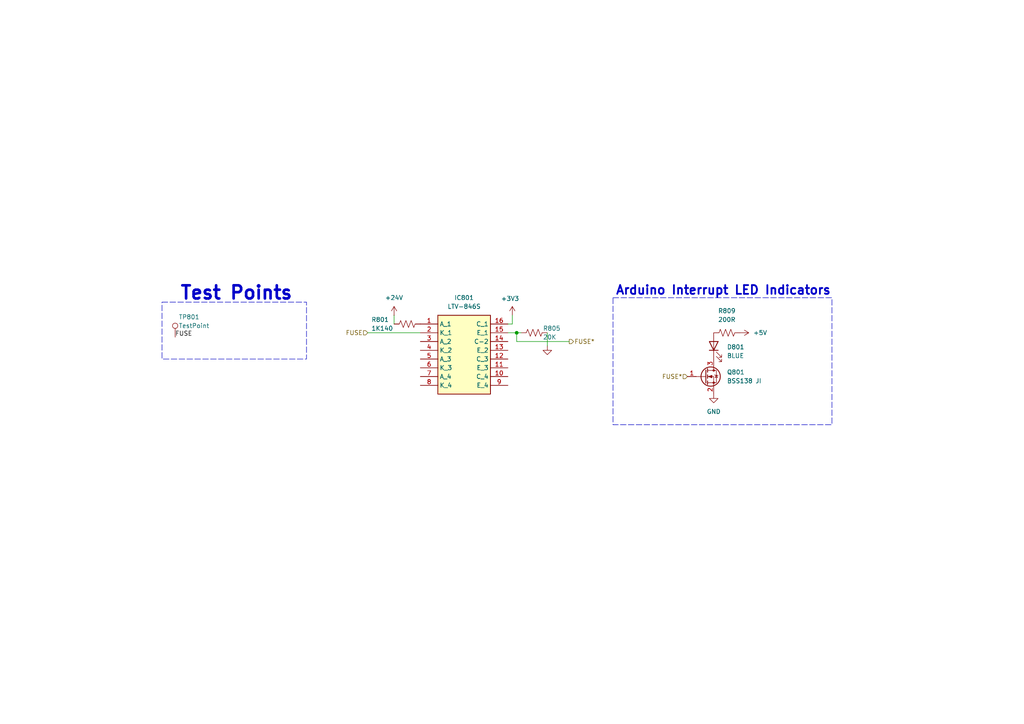
<source format=kicad_sch>
(kicad_sch (version 20231120) (generator "eeschema") (generator_version "8.0")
  (paper "A4")
  (title_block (title "MEP MAXI 85V-1 REV 2 Interface Board") (date "2024-12-08") (rev "X1") (company "McMillan Enterprises") (comment 1 "Firmware: John Gilcreast (johngilcreast@gmail.com)") (comment 2 "Hardware: Connor McMillan (connor@mcmillan.website)"))
  (lib_symbols
    (symbol "Connector:TestPoint" (pin_numbers hide) (pin_names (offset 0.762) hide)
      (property "Reference" "TP" (at 0 6.858 0))
      (property "Value" "TestPoint" (at 0 5.08 0))
      (symbol "TestPoint_0_1"
        (circle (center 0 3.302) (radius 0.762))
      )
      (symbol "TestPoint_1_1"
        (pin passive line (at 0 0 90) (length 2.54) (name "1") (number "1"))
      )
    )
    (symbol "Device:LED" (pin_numbers hide) (pin_names (offset 1.016) hide)
      (property "Reference" "D" (at 0 2.54 0))
      (property "Value" "LED" (at 0 -2.54 0))
      (symbol "LED_0_1"
        (polyline (pts (xy -1.27 -1.27) (xy -1.27 1.27)) (stroke (width 0.254)))
        (polyline (pts (xy -1.27 0) (xy 1.27 0)))
        (polyline (pts (xy 1.27 -1.27) (xy 1.27 1.27) (xy -1.27 0) (xy 1.27 -1.27)) (stroke (width 0.254)))
        (polyline (pts (xy -3.048 -0.762) (xy -4.572 -2.286) (xy -3.81 -2.286) (xy -4.572 -2.286) (xy -4.572 -1.524)))
        (polyline (pts (xy -1.778 -0.762) (xy -3.302 -2.286) (xy -2.54 -2.286) (xy -3.302 -2.286) (xy -3.302 -1.524)))
      )
      (symbol "LED_1_1"
        (pin passive line (at -3.81 0 0) (length 2.54) (name "K") (number "1"))
        (pin passive line (at 3.81 0 180) (length 2.54) (name "A") (number "2"))
      )
    )
    (symbol "Device:R_US" (pin_numbers hide) (pin_names (offset 0))
      (property "Reference" "R" (at 2.54 0 90))
      (property "Value" "R_US" (at -2.54 0 90))
      (symbol "R_US_0_1"
        (polyline (pts (xy 0 -2.286) (xy 0 -2.54)))
        (polyline (pts (xy 0 2.286) (xy 0 2.54)))
        (polyline (pts (xy 0 -0.762) (xy 1.016 -1.143) (xy 0 -1.524) (xy -1.016 -1.905) (xy 0 -2.286)))
        (polyline (pts (xy 0 0.762) (xy 1.016 0.381) (xy 0 0) (xy -1.016 -0.381) (xy 0 -0.762)))
        (polyline (pts (xy 0 2.286) (xy 1.016 1.905) (xy 0 1.524) (xy -1.016 1.143) (xy 0 0.762)))
      )
      (symbol "R_US_1_1"
        (pin passive line (at 0 3.81 270) (length 1.27) (name "~") (number "1"))
        (pin passive line (at 0 -3.81 90) (length 1.27) (name "~") (number "2"))
      )
    )
    (symbol "LTV-846S:LTV-846S"
      (property "Reference" "IC" (at 21.59 7.62 0))
      (property "Value" "LTV-846S" (at 21.59 5.08 0))
      (symbol "LTV-846S_1_1"
        (rectangle (start 5.08 2.54) (end 20.32 -20.32) (stroke (width 0.254)) (fill (type background)))
        (pin passive line (at 0 0 0) (length 5.08) (name "A_1") (number "1"))
        (pin passive line (at 25.4 -15.24 180) (length 5.08) (name "C_4") (number "10"))
        (pin passive line (at 25.4 -12.7 180) (length 5.08) (name "E_3") (number "11"))
        (pin passive line (at 25.4 -10.16 180) (length 5.08) (name "C_3") (number "12"))
        (pin passive line (at 25.4 -7.62 180) (length 5.08) (name "E_2") (number "13"))
        (pin passive line (at 25.4 -5.08 180) (length 5.08) (name "C-2") (number "14"))
        (pin passive line (at 25.4 -2.54 180) (length 5.08) (name "E_1") (number "15"))
        (pin passive line (at 25.4 0 180) (length 5.08) (name "C_1") (number "16"))
        (pin passive line (at 0 -2.54 0) (length 5.08) (name "K_1") (number "2"))
        (pin passive line (at 0 -5.08 0) (length 5.08) (name "A_2") (number "3"))
        (pin passive line (at 0 -7.62 0) (length 5.08) (name "K_2") (number "4"))
        (pin passive line (at 0 -10.16 0) (length 5.08) (name "A_3") (number "5"))
        (pin passive line (at 0 -12.7 0) (length 5.08) (name "K_3") (number "6"))
        (pin passive line (at 0 -15.24 0) (length 5.08) (name "A_4") (number "7"))
        (pin passive line (at 0 -17.78 0) (length 5.08) (name "K_4") (number "8"))
        (pin passive line (at 25.4 -17.78 180) (length 5.08) (name "E_4") (number "9"))
      )
    )
    (symbol "Transistor_FET:BSS138" (pin_names hide)
      (property "Reference" "Q" (at 5.08 1.905 0))
      (property "Value" "BSS138" (at 5.08 0 0))
      (symbol "BSS138_0_1"
        (polyline (pts (xy 0.254 0) (xy -2.54 0)))
        (polyline (pts (xy 0.254 1.905) (xy 0.254 -1.905)) (stroke (width 0.254)))
        (polyline (pts (xy 0.762 -1.27) (xy 0.762 -2.286)) (stroke (width 0.254)))
        (polyline (pts (xy 0.762 0.508) (xy 0.762 -0.508)) (stroke (width 0.254)))
        (polyline (pts (xy 0.762 2.286) (xy 0.762 1.27)) (stroke (width 0.254)))
        (polyline (pts (xy 2.54 2.54) (xy 2.54 1.778)))
        (polyline (pts (xy 2.54 -2.54) (xy 2.54 0) (xy 0.762 0)))
        (polyline (pts (xy 0.762 -1.778) (xy 3.302 -1.778) (xy 3.302 1.778) (xy 0.762 1.778)))
        (polyline (pts (xy 1.016 0) (xy 2.032 0.381) (xy 2.032 -0.381) (xy 1.016 0)) (fill (type outline)))
        (polyline (pts (xy 2.794 0.508) (xy 2.921 0.381) (xy 3.683 0.381) (xy 3.81 0.254)))
        (polyline (pts (xy 3.302 0.381) (xy 2.921 -0.254) (xy 3.683 -0.254) (xy 3.302 0.381)))
        (circle (center 1.651 0) (radius 2.794) (stroke (width 0.254)))
        (circle (center 2.54 -1.778) (radius 0.254) (fill (type outline)))
        (circle (center 2.54 1.778) (radius 0.254) (fill (type outline)))
      )
      (symbol "BSS138_1_1"
        (pin input line (at -5.08 0 0) (length 2.54) (name "G") (number "1"))
        (pin passive line (at 2.54 -5.08 90) (length 2.54) (name "S") (number "2"))
        (pin passive line (at 2.54 5.08 270) (length 2.54) (name "D") (number "3"))
      )
    )
    (symbol "power:+24V" (power) (pin_numbers hide) (pin_names (offset 0) hide)
      (property "Value" "+24V" (at 0 3.556 0))
      (symbol "+24V_0_1"
        (polyline (pts (xy -0.762 1.27) (xy 0 2.54)))
        (polyline (pts (xy 0 0) (xy 0 2.54)))
        (polyline (pts (xy 0 2.54) (xy 0.762 1.27)))
      )
      (symbol "+24V_1_1"
        (pin power_in line (at 0 0 90) (length 0) (name "~") (number "1"))
      )
    )
    (symbol "power:+3V3" (power) (pin_names (offset 0))
      (property "Value" "+3V3" (at 0 3.556 0))
      (symbol "+3V3_0_1"
        (polyline (pts (xy -0.762 1.27) (xy 0 2.54)))
        (polyline (pts (xy 0 0) (xy 0 2.54)))
        (polyline (pts (xy 0 2.54) (xy 0.762 1.27)))
      )
      (symbol "+3V3_1_1"
        (pin power_in line (at 0 0 90) (length 0) hide (name "+3V3") (number "1"))
      )
    )
    (symbol "power:+5V" (power) (pin_numbers hide) (pin_names (offset 0) hide)
      (property "Value" "+5V" (at 0 3.556 0))
      (symbol "+5V_0_1"
        (polyline (pts (xy -0.762 1.27) (xy 0 2.54)))
        (polyline (pts (xy 0 0) (xy 0 2.54)))
        (polyline (pts (xy 0 2.54) (xy 0.762 1.27)))
      )
      (symbol "+5V_1_1"
        (pin power_in line (at 0 0 90) (length 0) (name "~") (number "1"))
      )
    )
    (symbol "power:GND" (power) (pin_numbers hide) (pin_names (offset 0) hide)
      (property "Value" "GND" (at 0 -3.81 0))
      (symbol "GND_0_1"
        (polyline (pts (xy 0 0) (xy 0 -1.27) (xy 1.27 -1.27) (xy 0 -2.54) (xy -1.27 -1.27) (xy 0 -1.27)))
      )
      (symbol "GND_1_1"
        (pin power_in line (at 0 0 270) (length 0) (name "~") (number "1"))
      )
    )
  )
  (junction (at 149.86 96.52))
  (wire (pts (xy 149.86 99.06) (xy 165.1 99.06)))
  (wire (pts (xy 151.13 96.52) (xy 149.86 96.52)))
  (wire (pts (xy 158.75 96.52) (xy 158.75 100.33)))
  (wire (pts (xy 148.59 91.44) (xy 148.59 93.98)))
  (wire (pts (xy 147.32 93.98) (xy 148.59 93.98)))
  (wire (pts (xy 149.86 96.52) (xy 147.32 96.52)))
  (wire (pts (xy 149.86 96.52) (xy 149.86 99.06)))
  (wire (pts (xy 106.68 96.52) (xy 121.92 96.52)))
  (wire (pts (xy 114.3 91.44) (xy 114.3 93.98)))
  (polyline (pts (xy 254.1996 179.3539) (xy 253.413 179.3539) (xy 253.3274 179.7819) (xy 254.0283 179.7819) (xy 253.9945 179.9512) (xy 253.2936 179.9512) (xy 253.204 180.4012) (xy 254.0183 180.4012) (xy 253.9845 180.5744) (xy 252.971 180.5744) (xy 253.2498 179.1806) (xy 254.2334 179.1806) (xy 254.1996 179.3539)) (stroke (width -0.0001) (type solid)) (fill (type outline)))
  (polyline (pts (xy 262.8534 179.1824) (xy 262.9097 179.1876) (xy 262.9625 179.1961) (xy 263.0119 179.208) (xy 263.0352 179.2152) (xy 263.0577 179.2232) (xy 263.0793 179.2319) (xy 263.0999 179.2415) (xy 263.1196 179.2519) (xy 263.1384 179.263) (xy 263.1563 179.275) (xy 263.1732 179.2876) (xy 263.1891 179.3011) (xy 263.2041 179.3153) (xy 263.2181 179.3302) (xy 263.2312 179.3459) (xy 263.2432 179.3623) (xy 263.2542 179.3794) (xy 263.2642 179.3973) (xy 263.2733 179.4158) (xy 263.2812 179.4351) (xy 263.2882 179.455) (xy 263.2941 179.4756) (xy 263.2989 179.497) (xy 263.3027 179.5189) (xy 263.3054 179.5416) (xy 263.3071 179.5649) (xy 263.3076 179.5888) (xy 263.3058 179.6397) (xy 263.3035 179.6643) (xy 263.3004 179.6883) (xy 263.2964 179.7119) (xy 263.2915 179.7348) (xy 263.2858 179.7573) (xy 263.2792 179.7791) (xy 263.2718 179.8004) (xy 263.2636 179.8211) (xy 263.2545 179.8412) (xy 263.2446 179.8608) (xy 263.2339 179.8798) (xy 263.2224 179.8981) (xy 263.2101 179.9159) (xy 263.1971 179.933) (xy 263.1833 179.9496) (xy 263.1687 179.9655) (xy 263.1533 179.9808) (xy 263.1372 179.9955) (xy 263.1204 180.0095) (xy 263.1029 180.0229) (xy 263.0846 180.0356) (xy 263.0656 180.0477) (xy 263.0256 180.07) (xy 262.9829 180.0895) (xy 262.9374 180.1063) (xy 262.8894 180.1204) (xy 263.1443 180.5744) (xy 262.9333 180.5744) (xy 262.6904 180.1483) (xy 262.2801 180.1483) (xy 262.1965 180.5744) (xy 261.9954 180.5744) (xy 262.1145 179.979) (xy 262.314 179.979) (xy 262.6585 179.979) (xy 262.7105 179.9775) (xy 262.7596 179.9731) (xy 262.8057 179.9657) (xy 262.8489 179.9553) (xy 262.8694 179.949) (xy 262.889 179.942) (xy 262.9079 179.9343) (xy 262.926 179.9258) (xy 262.9433 179.9166) (xy 262.9598 179.9067) (xy 262.9754 179.8961) (xy 262.9903 179.8847) (xy 263.0043 179.8726) (xy 263.0174 179.8599) (xy 263.0297 179.8464) (xy 263.0412 179.8321) (xy 263.0517 179.8172) (xy 263.0615 179.8016) (xy 263.0703 179.7853) (xy 263.0782 179.7682) (xy 263.0852 179.7505) (xy 263.0913 179.732) (xy 263.0965 179.7129) (xy 263.1008 179.693) (xy 263.1042 179.6725) (xy 263.1065 179.6513) (xy 263.108 179.6293) (xy 263.1085 179.6067) (xy 263.1081 179.5913) (xy 263.1071 179.5763) (xy 263.1053 179.5618) (xy 263.1029 179.5478) (xy 263.0998 179.5343) (xy 263.096 179.5213) (xy 263.0916 179.5087) (xy 263.0865 179.4967) (xy 263.0807 179.4851) (xy 263.0743 179.474) (xy 263.0672 179.4633) (xy 263.0594 179.4532) (xy 263.0511 179.4436) (xy 263.042 179.4344) (xy 263.0324 179.4258) (xy 263.0221 179.4176) (xy 263.0112 179.4099) (xy 262.9997 179.4027) (xy 262.9875 179.396) (xy 262.9748 179.3898) (xy 262.9614 179.3841) (xy 262.9475 179.3788) (xy 262.9329 179.3741) (xy 262.9178 179.3699) (xy 262.9021 179.3661) (xy 262.8857 179.3629) (xy 262.8689 179.3601) (xy 262.8514 179.3579) (xy 262.8334 179.3561) (xy 262.8148 179.3549) (xy 262.7956 179.3541) (xy 262.7759 179.3539) (xy 262.4394 179.3539) (xy 262.314 179.979) (xy 262.1145 179.979) (xy 262.2742 179.1806) (xy 262.7938 179.1806) (xy 262.8534 179.1824)) (stroke (width -0.0001) (type solid)) (fill (type outline)))
  (polyline (pts (xy 256.2631 180.2538) (xy 256.4761 179.1806) (xy 256.6752 179.1806) (xy 256.3965 180.5744) (xy 256.2332 180.5744) (xy 255.6099 179.5012) (xy 255.3968 180.5744) (xy 255.1978 180.5744) (xy 255.4765 179.1806) (xy 255.6398 179.1806) (xy 256.2631 180.2538)) (stroke (width -0.0001) (type solid)) (fill (type outline)))
  (polyline (pts (xy 256.011 168.6966) (xy 257.8637 167.3518) (xy 256.5188 169.2045) (xy 258.7799 169.5636) (xy 256.5188 169.9227) (xy 257.8637 171.7755) (xy 256.011 170.4306) (xy 255.6519 172.6916) (xy 255.2928 170.4306) (xy 253.44 171.7755) (xy 254.7849 169.9227) (xy 252.5239 169.5636) (xy 254.7849 169.2045) (xy 253.44 167.3518) (xy 255.2928 168.6966) (xy 255.6519 166.4356) (xy 256.011 168.6966)) (stroke (width -0.0001) (type solid)) (fill (type outline)))
  (polyline (pts (xy 267.5041 179.1824) (xy 267.5603 179.1876) (xy 267.6132 179.1961) (xy 267.6625 179.208) (xy 267.6859 179.2152) (xy 267.7084 179.2232) (xy 267.7299 179.2319) (xy 267.7506 179.2415) (xy 267.7703 179.2519) (xy 267.7891 179.263) (xy 267.8069 179.275) (xy 267.8238 179.2876) (xy 267.8398 179.3011) (xy 267.8548 179.3153) (xy 267.8688 179.3302) (xy 267.8818 179.3459) (xy 267.8938 179.3623) (xy 267.9049 179.3794) (xy 267.9149 179.3973) (xy 267.9239 179.4158) (xy 267.9319 179.4351) (xy 267.9388 179.455) (xy 267.9447 179.4756) (xy 267.9496 179.497) (xy 267.9534 179.5189) (xy 267.9561 179.5416) (xy 267.9577 179.5649) (xy 267.9583 179.5888) (xy 267.9564 179.6397) (xy 267.9542 179.6643) (xy 267.9511 179.6883) (xy 267.9471 179.7119) (xy 267.9422 179.7348) (xy 267.9365 179.7573) (xy 267.9299 179.7791) (xy 267.9225 179.8004) (xy 267.9142 179.8211) (xy 267.9051 179.8412) (xy 267.8952 179.8608) (xy 267.8845 179.8798) (xy 267.8731 179.8981) (xy 267.8608 179.9159) (xy 267.8477 179.933) (xy 267.8339 179.9496) (xy 267.8193 179.9655) (xy 267.804 179.9808) (xy 267.7879 179.9955) (xy 267.7711 180.0095) (xy 267.7535 180.0229) (xy 267.7353 180.0356) (xy 267.7163 180.0477) (xy 267.6763 180.07) (xy 267.6335 180.0895) (xy 267.5881 180.1063) (xy 267.5401 180.1204) (xy 267.7949 180.5744) (xy 267.5839 180.5744) (xy 267.341 180.1483) (xy 266.9308 180.1483) (xy 266.8472 180.5744) (xy 266.6461 180.5744) (xy 266.7652 179.979) (xy 266.9647 179.979) (xy 267.3091 179.979) (xy 267.3611 179.9775) (xy 267.4102 179.9731) (xy 267.4564 179.9657) (xy 267.4996 179.9553) (xy 267.52 179.949) (xy 267.5397 179.942) (xy 267.5585 179.9343) (xy 267.5766 179.9258) (xy 267.5939 179.9166) (xy 267.6104 179.9067) (xy 267.6261 179.8961) (xy 267.6409 179.8847) (xy 267.6549 179.8726) (xy 267.6681 179.8599) (xy 267.6804 179.8464) (xy 267.6918 179.8321) (xy 267.7024 179.8172) (xy 267.7121 179.8016) (xy 267.7209 179.7853) (xy 267.7288 179.7682) (xy 267.7359 179.7505) (xy 267.742 179.732) (xy 267.7472 179.7129) (xy 267.7515 179.693) (xy 267.7548 179.6725) (xy 267.7572 179.6513) (xy 267.7586 179.6293) (xy 267.7591 179.6067) (xy 267.7588 179.5913) (xy 267.7577 179.5763) (xy 267.756 179.5618) (xy 267.7536 179.5478) (xy 267.7505 179.5343) (xy 267.7467 179.5213) (xy 267.7422 179.5087) (xy 267.7371 179.4967) (xy 267.7313 179.4851) (xy 267.7249 179.474) (xy 267.7178 179.4633) (xy 267.7101 179.4532) (xy 267.7017 179.4436) (xy 267.6927 179.4344) (xy 267.683 179.4258) (xy 267.6728 179.4176) (xy 267.6619 179.4099) (xy 267.6503 179.4027) (xy 267.6382 179.396) (xy 267.6254 179.3898) (xy 267.6121 179.3841) (xy 267.5981 179.3788) (xy 267.5836 179.3741) (xy 267.5684 179.3699) (xy 267.5527 179.3661) (xy 267.5364 179.3629) (xy 267.5195 179.3601) (xy 267.502 179.3579) (xy 267.484 179.3561) (xy 267.4654 179.3549) (xy 267.4463 179.3541) (xy 267.4266 179.3539) (xy 267.0901 179.3539) (xy 266.9647 179.979) (xy 266.7652 179.979) (xy 266.9248 179.1806) (xy 267.4445 179.1806) (xy 267.5041 179.1824)) (stroke (width -0.0001) (type solid)) (fill (type outline)))
  (polyline (pts (xy 265.3378 173.7128) (xy 266.1718 173.7128) (xy 265.2736 178.2036) (xy 264.4395 178.2036) (xy 265.3378 173.7128) (xy 265.3378 173.7128)) (stroke (width -0.0001) (type solid)) (fill (type outline)))
  (polyline (pts (xy 273.8536 179.3539) (xy 273.0671 179.3539) (xy 272.9815 179.7819) (xy 273.6824 179.7819) (xy 273.6485 179.9512) (xy 272.9476 179.9512) (xy 272.858 180.4012) (xy 273.6724 180.4012) (xy 273.6386 180.5744) (xy 272.6251 180.5744) (xy 272.9038 179.1806) (xy 273.8875 179.1806) (xy 273.8536 179.3539)) (stroke (width -0.0001) (type solid)) (fill (type outline)))
  (polyline (pts (xy 267.3842 173.7128) (xy 268.2181 173.7128) (xy 267.4611 177.498) (xy 269.8092 177.498) (xy 269.6681 178.2036) (xy 266.4859 178.2036) (xy 267.3842 173.7128) (xy 267.3842 173.7128)) (stroke (width -0.0001) (type solid)) (fill (type outline)))
  (polyline (pts (xy 282.4408 176.8564) (xy 283.0631 173.7128) (xy 283.8907 173.7128) (xy 282.9926 178.2036) (xy 282.3061 178.2036) (xy 280.4648 175.06) (xy 279.8361 178.2036) (xy 279.0085 178.2036) (xy 279.9067 173.7128) (xy 280.5931 173.7128) (xy 282.4408 176.8564)) (stroke (width -0.0001) (type solid)) (fill (type outline)))
  (polyline (pts (xy 261.0781 176.7024) (xy 263.407 173.7128) (xy 264.1255 173.7128) (xy 263.2274 178.2036) (xy 262.4383 178.2036) (xy 263.022 175.2589) (xy 261.1038 177.6904) (xy 260.7317 177.6904) (xy 259.7052 175.2012) (xy 259.1085 178.2036) (xy 258.313 178.2036) (xy 259.2112 173.7128) (xy 259.8913 173.7128) (xy 261.0781 176.7024)) (stroke (width -0.0001) (type solid)) (fill (type outline)))
  (polyline (pts (xy 265.1914 179.1824) (xy 265.2473 179.1876) (xy 265.2999 179.1961) (xy 265.349 179.208) (xy 265.3723 179.2152) (xy 265.3946 179.2232) (xy 265.4161 179.2319) (xy 265.4367 179.2415) (xy 265.4563 179.2519) (xy 265.475 179.263) (xy 265.4928 179.275) (xy 265.5097 179.2876) (xy 265.5256 179.3011) (xy 265.5405 179.3153) (xy 265.5545 179.3302) (xy 265.5675 179.3459) (xy 265.5795 179.3623) (xy 265.5905 179.3794) (xy 265.6005 179.3973) (xy 265.6095 179.4158) (xy 265.6175 179.4351) (xy 265.6244 179.455) (xy 265.6303 179.4756) (xy 265.6351 179.497) (xy 265.6389 179.5189) (xy 265.6416 179.5416) (xy 265.6433 179.5649) (xy 265.6438 179.5888) (xy 265.6431 179.6218) (xy 265.6409 179.6539) (xy 265.6373 179.6851) (xy 265.6323 179.7154) (xy 265.6258 179.7447) (xy 265.618 179.7732) (xy 265.6089 179.8007) (xy 265.5983 179.8272) (xy 265.5865 179.8528) (xy 265.5734 179.8774) (xy 265.5589 179.9011) (xy 265.5432 179.9237) (xy 265.5263 179.9454) (xy 265.5081 179.966) (xy 265.4887 179.9856) (xy 265.4681 180.0042) (xy 265.4464 180.0217) (xy 265.4234 180.0382) (xy 265.3993 180.0536) (xy 265.3742 180.068) (xy 265.3478 180.0812) (xy 265.3205 180.0934) (xy 265.292 180.1044) (xy 265.2625 180.1144) (xy 265.2319 180.1232) (xy 265.2004 180.1308) (xy 265.1678 180.1373) (xy 265.1343 180.1427) (xy 265.0998 180.1469) (xy 265.0644 180.1499) (xy 265.028 180.1517) (xy 264.9908 180.1523) (xy 264.6184 180.1523) (xy 264.5347 180.5744) (xy 264.3357 180.5744) (xy 264.4548 179.979) (xy 264.6543 179.979) (xy 264.9947 179.979) (xy 265.0467 179.9775) (xy 265.0958 179.9731) (xy 265.142 179.9657) (xy 265.1852 179.9553) (xy 265.2056 179.949) (xy 265.2253 179.942) (xy 265.2442 179.9343) (xy 265.2623 179.9258) (xy 265.2796 179.9166) (xy 265.296 179.9067) (xy 265.3117 179.8961) (xy 265.3265 179.8847) (xy 265.3405 179.8726) (xy 265.3537 179.8599) (xy 265.366 179.8464) (xy 265.3775 179.8321) (xy 265.388 179.8172) (xy 265.3977 179.8016) (xy 265.4066 179.7853) (xy 265.4145 179.7682) (xy 265.4215 179.7505) (xy 265.4276 179.732) (xy 265.4328 179.7129) (xy 265.4371 179.693) (xy 265.4404 179.6725) (xy 265.4428 179.6513) (xy 265.4443 179.6293) (xy 265.4448 179.6067) (xy 265.4444 179.5913) (xy 265.4434 179.5763) (xy 265.4416 179.5618) (xy 265.4392 179.5478) (xy 265.4361 179.5343) (xy 265.4323 179.5213) (xy 265.4279 179.5087) (xy 265.4228 179.4967) (xy 265.417 179.4851) (xy 265.4106 179.474) (xy 265.4035 179.4633) (xy 265.3958 179.4532) (xy 265.3875 179.4436) (xy 265.3785 179.4344) (xy 265.3689 179.4258) (xy 265.3586 179.4176) (xy 265.3478 179.4099) (xy 265.3363 179.4027) (xy 265.3242 179.396) (xy 265.3115 179.3898) (xy 265.2983 179.3841) (xy 265.2844 179.3788) (xy 265.2699 179.3741) (xy 265.2549 179.3699) (xy 265.2393 179.3661) (xy 265.2231 179.3629) (xy 265.2063 179.3601) (xy 265.189 179.3579) (xy 265.1711 179.3561) (xy 265.1527 179.3549) (xy 265.1338 179.3541) (xy 265.1142 179.3539) (xy 264.7797 179.3539) (xy 264.6543 179.979) (xy 264.4548 179.979) (xy 264.6144 179.1806) (xy 265.1321 179.1806) (xy 265.1914 179.1824)) (stroke (width -0.0001) (type solid)) (fill (type outline)))
  (polyline (pts (xy 271.2269 173.7128) (xy 272.0609 173.7128) (xy 271.3039 177.498) (xy 273.652 177.498) (xy 273.5108 178.2036) (xy 270.3287 178.2036) (xy 271.2269 173.7128) (xy 271.2269 173.7128)) (stroke (width -0.0001) (type solid)) (fill (type outline)))
  (polyline (pts (xy 252.597 178.2114) (xy 251.7134 178.2114) (xy 252.1999 175.7566) (xy 253.3917 174.238) (xy 252.597 178.2114)) (stroke (width -0.0001) (type solid)) (fill (type outline)))
  (polyline (pts (xy 258.902 179.3539) (xy 258.4261 179.3539) (xy 258.1812 180.5744) (xy 257.9841 180.5744) (xy 258.227 179.3539) (xy 257.7511 179.3539) (xy 257.785 179.1806) (xy 258.9379 179.1806) (xy 258.902 179.3539)) (stroke (width -0.0001) (type solid)) (fill (type outline)))
  (rectangle (start 177.8 86.36) (end 241.3 123.19) (stroke (width 0) (type dash)))
  (polyline (pts (xy 275.5728 179.1652) (xy 275.6046 179.1666) (xy 275.636 179.169) (xy 275.6671 179.1724) (xy 275.6977 179.1767) (xy 275.7279 179.1819) (xy 275.7575 179.188) (xy 275.7864 179.1951) (xy 275.8147 179.203) (xy 275.8423 179.2118) (xy 275.8691 179.2214) (xy 275.895 179.2319) (xy 275.92 179.2432) (xy 275.944 179.2554) (xy 275.9669 179.2684) (xy 275.9888 179.2822) (xy 275.9092 179.4454) (xy 275.8894 179.432) (xy 275.869 179.4195) (xy 275.8479 179.4078) (xy 275.8262 179.3969) (xy 275.804 179.3869) (xy 275.7812 179.3778) (xy 275.7579 179.3695) (xy 275.7342 179.3621) (xy 275.71 179.3555) (xy 275.6854 179.3498) (xy 275.6604 179.345) (xy 275.635 179.341) (xy 275.6094 179.3379) (xy 275.5834 179.3357) (xy 275.5572 179.3344) (xy 275.5308 179.334) (xy 275.4889 179.3351) (xy 275.449 179.3384) (xy 275.4112 179.3439) (xy 275.3757 179.3515) (xy 275.3425 179.3611) (xy 275.3118 179.3726) (xy 275.2835 179.386) (xy 275.2578 179.4011) (xy 275.2348 179.418) (xy 275.2243 179.4271) (xy 275.2146 179.4366) (xy 275.2055 179.4465) (xy 275.1972 179.4567) (xy 275.1896 179.4674) (xy 275.1828 179.4784) (xy 275.1767 179.4898) (xy 275.1714 179.5015) (xy 275.1669 179.5136) (xy 275.1632 179.526) (xy 275.1603 179.5387) (xy 275.1582 179.5518) (xy 275.1569 179.5652) (xy 275.1565 179.5788) (xy 275.1585 179.605) (xy 275.1645 179.6289) (xy 275.1742 179.6506) (xy 275.1872 179.6703) (xy 275.2034 179.6882) (xy 275.2225 179.7045) (xy 275.2441 179.7193) (xy 275.2682 179.7329) (xy 275.2943 179.7454) (xy 275.3223 179.757) (xy 275.3827 179.7783) (xy 275.5139 179.8183) (xy 275.5806 179.8398) (xy 275.6452 179.8644) (xy 275.676 179.8782) (xy 275.7055 179.8934) (xy 275.7335 179.91) (xy 275.7596 179.9283) (xy 275.7837 179.9484) (xy 275.8054 179.9706) (xy 275.8244 179.995) (xy 275.8406 180.0217) (xy 275.8537 180.0511) (xy 275.8633 180.0831) (xy 275.8693 180.1182) (xy 275.8713 180.1563) (xy 275.8706 180.1814) (xy 275.8685 180.2058) (xy 275.865 180.2296) (xy 275.8602 180.2527) (xy 275.8541 180.2751) (xy 275.8466 180.2969) (xy 275.8379 180.318) (xy 275.828 180.3384) (xy 275.8168 180.358) (xy 275.8044 180.377) (xy 275.7909 180.3952) (xy 275.7762 180.4126) (xy 275.7604 180.4294) (xy 275.7435 180.4453) (xy 275.7256 180.4605) (xy 275.7066 180.4749) (xy 275.6865 180.4885) (xy 275.6655 180.5013) (xy 275.6436 180.5133) (xy 275.6207 180.5244) (xy 275.5969 180.5348) (xy 275.5722 180.5443) (xy 275.5466 180.5529) (xy 275.5202 180.5606) (xy 275.493 180.5675) (xy 275.465 180.5735) (xy 275.4362 180.5786) (xy 275.4067 180.5828) (xy 275.3765 180.5861) (xy 275.3456 180.5885) (xy 275.3141 180.5899) (xy 275.2819 180.5904) (xy 275.2421 180.5895) (xy 275.2025 180.587) (xy 275.1634 180.583) (xy 275.1248 180.5774) (xy 275.087 180.5704) (xy 275.05 180.562) (xy 275.0141 180.5524) (xy 274.9793 180.5416) (xy 274.9458 180.5297) (xy 274.9138 180.5167) (xy 274.8833 180.5027) (xy 274.8546 180.4879) (xy 274.8278 180.4722) (xy 274.8031 180.4558) (xy 274.7805 180.4388) (xy 274.7602 180.4211) (xy 274.8478 180.2618) (xy 274.8684 180.2797) (xy 274.8905 180.2967) (xy 274.9139 180.3127) (xy 274.9386 180.3279) (xy 274.9646 180.342) (xy 274.9916 180.3551) (xy 275.0196 180.3671) (xy 275.0485 180.3781) (xy 275.0782 180.3878) (xy 275.1085 180.3964) (xy 275.1395 180.4038) (xy 275.171 180.4099) (xy 275.2029 180.4148) (xy 275.235 180.4183) (xy 275.2674 180.4204) (xy 275.2998 180.4211) (xy 275.3411 180.4201) (xy 275.3806 180.4171) (xy 275.4181 180.4122) (xy 275.4536 180.4054) (xy 275.4868 180.3966) (xy 275.5178 180.386) (xy 275.5463 180.3736) (xy 275.5724 180.3594) (xy 275.5958 180.3434) (xy 275.6064 180.3347) (xy 275.6164 180.3256) (xy 275.6257 180.3161) (xy 275.6342 180.3062) (xy 275.642 180.2958) (xy 275.649 180.285) (xy 275.6552 180.2738) (xy 275.6607 180.2622) (xy 275.6654 180.2502) (xy 275.6692 180.2378) (xy 275.6722 180.225) (xy 275.6744 180.2117) (xy 275.6757 180.1981) (xy 275.6762 180.1841) (xy 275.6741 180.1581) (xy 275.6681 180.1345) (xy 275.6585 180.1131) (xy 275.6454 180.0937) (xy 275.6293 180.0762) (xy 275.6102 180.0602) (xy 275.5885 180.0457) (xy 275.5645 180.0324) (xy 275.5383 180.0203) (xy 275.5104 180.0089) (xy 275.45 179.9881) (xy 275.3188 179.9487) (xy 275.2521 179.927) (xy 275.1875 179.902) (xy 275.1567 179.8877) (xy 275.1272 179.8721) (xy 275.0992 179.8548) (xy 275.0731 179.8358) (xy 275.049 179.8148) (xy 275.0274 179.7917) (xy 275.0083 179.7662) (xy 274.9921 179.7381) (xy 274.9791 179.7073) (xy 274.9694 179.6736) (xy 274.9634 179.6368) (xy 274.9614 179.5967) (xy 274.9621 179.572) (xy 274.9642 179.5479) (xy 274.9676 179.5244) (xy 274.9723 179.5016) (xy 274.9784 179.4793) (xy 274.9857 179.4578) (xy 274.9942 179.4369) (xy 275.004 179.4167) (xy 275.015 179.3971) (xy 275.0272 179.3783) (xy 275.0405 179.3602) (xy 275.0549 179.3428) (xy 275.0705 179.3261) (xy 275.0871 179.3102) (xy 275.1047 179.295) (xy 275.1234 179.2806) (xy 275.1431 179.267) (xy 275.1637 179.2542) (xy 275.1853 179.2422) (xy 275.2078 179.231) (xy 275.2312 179.2207) (xy 275.2555 179.2111) (xy 275.2807 179.2025) (xy 275.3066 179.1947) (xy 275.3334 179.1877) (xy 275.3609 179.1817) (xy 275.3892 179.1765) (xy 275.4181 179.1723) (xy 275.4478 179.169) (xy 275.4782 179.1666) (xy 275.5092 179.1651) (xy 275.5408 179.1647) (xy 275.5728 179.1652)) (stroke (width -0.0001) (type solid)) (fill (type outline)))
  (polyline (pts (xy 271.217 179.1652) (xy 271.2487 179.1666) (xy 271.2802 179.169) (xy 271.3112 179.1724) (xy 271.3419 179.1767) (xy 271.372 179.1819) (xy 271.4016 179.188) (xy 271.4306 179.1951) (xy 271.4589 179.203) (xy 271.4865 179.2118) (xy 271.5132 179.2214) (xy 271.5391 179.2319) (xy 271.5641 179.2432) (xy 271.5881 179.2554) (xy 271.6111 179.2684) (xy 271.6329 179.2822) (xy 271.5533 179.4454) (xy 271.5335 179.432) (xy 271.5131 179.4195) (xy 271.492 179.4078) (xy 271.4704 179.3969) (xy 271.4481 179.3869) (xy 271.4254 179.3778) (xy 271.4021 179.3695) (xy 271.3783 179.3621) (xy 271.3541 179.3555) (xy 271.3295 179.3498) (xy 271.3045 179.345) (xy 271.2792 179.341) (xy 271.2535 179.3379) (xy 271.2276 179.3357) (xy 271.2014 179.3344) (xy 271.175 179.334) (xy 271.133 179.3351) (xy 271.0931 179.3384) (xy 271.0554 179.3439) (xy 271.0199 179.3515) (xy 270.9867 179.3611) (xy 270.9559 179.3726) (xy 270.9276 179.386) (xy 270.9019 179.4011) (xy 270.8789 179.418) (xy 270.8685 179.4271) (xy 270.8587 179.4366) (xy 270.8497 179.4465) (xy 270.8413 179.4567) (xy 270.8338 179.4674) (xy 270.8269 179.4784) (xy 270.8209 179.4898) (xy 270.8156 179.5015) (xy 270.811 179.5136) (xy 270.8073 179.526) (xy 270.8044 179.5387) (xy 270.8023 179.5518) (xy 270.8011 179.5652) (xy 270.8006 179.5788) (xy 270.8027 179.605) (xy 270.8087 179.6289) (xy 270.8183 179.6506) (xy 270.8314 179.6703) (xy 270.8475 179.6882) (xy 270.8666 179.7045) (xy 270.8883 179.7193) (xy 270.9123 179.7329) (xy 270.9385 179.7454) (xy 270.9664 179.757) (xy 271.0268 179.7783) (xy 271.1581 179.8183) (xy 271.2247 179.8398) (xy 271.2893 179.8644) (xy 271.3201 179.8782) (xy 271.3497 179.8934) (xy 271.3776 179.91) (xy 271.4038 179.9283) (xy 271.4278 179.9484) (xy 271.4495 179.9706) (xy 271.4686 179.995) (xy 271.4848 180.0217) (xy 271.4978 180.0511) (xy 271.5074 180.0831) (xy 271.5134 180.1182) (xy 271.5155 180.1563) (xy 271.5148 180.1814) (xy 271.5127 180.2058) (xy 271.5092 180.2296) (xy 271.5044 180.2527) (xy 271.4982 180.2751) (xy 271.4908 180.2969) (xy 271.4821 180.318) (xy 271.4721 180.3384) (xy 271.4609 180.358) (xy 271.4486 180.377) (xy 271.435 180.3952) (xy 271.4203 180.4126) (xy 271.4045 180.4294) (xy 271.3877 180.4453) (xy 271.3697 180.4605) (xy 271.3507 180.4749) (xy 271.3307 180.4885) (xy 271.3097 180.5013) (xy 271.2877 180.5133) (xy 271.2648 180.5244) (xy 271.241 180.5348) (xy 271.2163 180.5443) (xy 271.1907 180.5529) (xy 271.1643 180.5606) (xy 271.1371 180.5675) (xy 271.1091 180.5735) (xy 271.0804 180.5786) (xy 271.0509 180.5828) (xy 271.0207 180.5861) (xy 270.9898 180.5885) (xy 270.9582 180.5899) (xy 270.9261 180.5904) (xy 270.8862 180.5895) (xy 270.8466 180.587) (xy 270.8075 180.583) (xy 270.769 180.5774) (xy 270.7311 180.5704) (xy 270.6942 180.562) (xy 270.6582 180.5524) (xy 270.6234 180.5416) (xy 270.5899 180.5297) (xy 270.5579 180.5167) (xy 270.5275 180.5027) (xy 270.4988 180.4879) (xy 270.472 180.4722) (xy 270.4472 180.4558) (xy 270.4246 180.4388) (xy 270.4044 180.4211) (xy 270.492 180.2618) (xy 270.5125 180.2797) (xy 270.5346 180.2967) (xy 270.5581 180.3127) (xy 270.5828 180.3279) (xy 270.6087 180.342) (xy 270.6357 180.3551) (xy 270.6637 180.3671) (xy 270.6926 180.3781) (xy 270.7223 180.3878) (xy 270.7527 180.3964) (xy 270.7837 180.4038) (xy 270.8151 180.4099) (xy 270.847 180.4148) (xy 270.8792 180.4183) (xy 270.9115 180.4204) (xy 270.944 180.4211) (xy 270.9853 180.4201) (xy 271.0247 180.4171) (xy 271.0623 180.4122) (xy 271.0977 180.4054) (xy 271.131 180.3966) (xy 271.1619 180.386) (xy 271.1905 180.3736) (xy 271.2165 180.3594) (xy 271.2399 180.3434) (xy 271.2506 180.3347) (xy 271.2606 180.3256) (xy 271.2698 180.3161) (xy 271.2783 180.3062) (xy 271.2861 180.2958) (xy 271.2931 180.285) (xy 271.2994 180.2738) (xy 271.3048 180.2622) (xy 271.3095 180.2502) (xy 271.3134 180.2378) (xy 271.3164 180.225) (xy 271.3185 180.2117) (xy 271.3199 180.1981) (xy 271.3203 180.1841) (xy 271.3182 180.1581) (xy 271.3123 180.1345) (xy 271.3026 180.1131) (xy 271.2896 180.0937) (xy 271.2734 180.0762) (xy 271.2543 180.0602) (xy 271.2327 180.0457) (xy 271.2086 180.0324) (xy 271.1825 180.0203) (xy 271.1545 180.0089) (xy 271.0941 179.9881) (xy 270.9629 179.9487) (xy 270.8963 179.927) (xy 270.8317 179.902) (xy 270.8008 179.8877) (xy 270.7713 179.8721) (xy 270.7433 179.8548) (xy 270.7172 179.8358) (xy 270.6932 179.8148) (xy 270.6715 179.7917) (xy 270.6524 179.7662) (xy 270.6362 179.7381) (xy 270.6232 179.7073) (xy 270.6136 179.6736) (xy 270.6076 179.6368) (xy 270.6055 179.5967) (xy 270.6062 179.572) (xy 270.6083 179.5479) (xy 270.6117 179.5244) (xy 270.6165 179.5016) (xy 270.6225 179.4793) (xy 270.6298 179.4578) (xy 270.6384 179.4369) (xy 270.6482 179.4167) (xy 270.6592 179.3971) (xy 270.6713 179.3783) (xy 270.6846 179.3602) (xy 270.6991 179.3428) (xy 270.7146 179.3261) (xy 270.7312 179.3102) (xy 270.7489 179.295) (xy 270.7675 179.2806) (xy 270.7872 179.267) (xy 270.8079 179.2542) (xy 270.8295 179.2422) (xy 270.852 179.231) (xy 270.8754 179.2207) (xy 270.8997 179.2111) (xy 270.9248 179.2025) (xy 270.9508 179.1947) (xy 270.9775 179.1877) (xy 271.005 179.1817) (xy 271.0333 179.1765) (xy 271.0623 179.1723) (xy 271.092 179.169) (xy 271.1223 179.1666) (xy 271.1533 179.1651) (xy 271.185 179.1647) (xy 271.217 179.1652)) (stroke (width -0.0001) (type solid)) (fill (type outline)))
  (rectangle (start 46.99 87.63) (end 88.9 104.14) (stroke (width 0) (type dash)))
  (polyline (pts (xy 260.9972 179.3539) (xy 260.2107 179.3539) (xy 260.1251 179.7819) (xy 260.826 179.7819) (xy 260.7921 179.9512) (xy 260.0912 179.9512) (xy 260.0016 180.4012) (xy 260.816 180.4012) (xy 260.7822 180.5744) (xy 259.7687 180.5744) (xy 260.0474 179.1806) (xy 261.0311 179.1806) (xy 260.9972 179.3539)) (stroke (width -0.0001) (type solid)) (fill (type outline)))
  (polyline (pts (xy 256.6531 173.6517) (xy 256.792 173.6609) (xy 256.927 173.6761) (xy 257.0578 173.6973) (xy 257.1842 173.7245) (xy 257.306 173.7576) (xy 257.4229 173.7964) (xy 257.5346 173.8411) (xy 257.6411 173.8914) (xy 257.742 173.9475) (xy 257.8371 174.0091) (xy 257.9261 174.0762) (xy 258.0089 174.1489) (xy 258.0851 174.227) (xy 258.1546 174.3104) (xy 258.2171 174.3992) (xy 257.6141 174.9061) (xy 257.5667 174.8441) (xy 257.516 174.7858) (xy 257.462 174.7312) (xy 257.4337 174.7054) (xy 257.4046 174.6804) (xy 257.3747 174.6564) (xy 257.3439 174.6334) (xy 257.3123 174.6113) (xy 257.2799 174.5902) (xy 257.2466 174.57) (xy 257.2125 174.5509) (xy 257.1775 174.5327) (xy 257.1417 174.5155) (xy 257.0675 174.4841) (xy 256.99 174.4568) (xy 256.909 174.4335) (xy 256.8246 174.4143) (xy 256.7368 174.3994) (xy 256.6456 174.3886) (xy 256.5509 174.3821) (xy 256.4528 174.38) (xy 256.3464 174.3825) (xy 256.2426 174.3899) (xy 256.1414 174.4022) (xy 256.0429 174.4192) (xy 255.9471 174.4408) (xy 255.8541 174.4668) (xy 255.7639 174.4972) (xy 255.6766 174.5317) (xy 255.5923 174.5704) (xy 255.5109 174.613) (xy 255.4326 174.6594) (xy 255.3574 174.7095) (xy 255.2854 174.7632) (xy 255.2166 174.8203) (xy 255.151 174.8808) (xy 255.0887 174.9445) (xy 255.0298 175.0113) (xy 254.9743 175.0811) (xy 254.9223 175.1536) (xy 254.8738 175.2289) (xy 254.8289 175.3068) (xy 254.7876 175.3871) (xy 254.75 175.4697) (xy 254.7161 175.5546) (xy 254.686 175.6416) (xy 254.6598 175.7305) (xy 254.6374 175.8212) (xy 254.619 175.9137) (xy 254.6046 176.0078) (xy 254.5942 176.1033) (xy 254.588 176.2001) (xy 254.5859 176.2982) (xy 254.5873 176.3672) (xy 254.5916 176.4348) (xy 254.5987 176.5007) (xy 254.6086 176.5651) (xy 254.6214 176.6278) (xy 254.6369 176.6888) (xy 254.6553 176.7481) (xy 254.6764 176.8057) (xy 254.7003 176.8614) (xy 254.727 176.9152) (xy 254.7564 176.9671) (xy 254.7885 177.0171) (xy 254.8234 177.065) (xy 254.861 177.1109) (xy 254.9013 177.1547) (xy 254.9443 177.1964) (xy 254.99 177.2359) (xy 255.0384 177.2732) (xy 255.0895 177.3082) (xy 255.1432 177.3409) (xy 255.1995 177.3712) (xy 255.2585 177.3992) (xy 255.3201 177.4247) (xy 255.3843 177.4477) (xy 255.4511 177.4681) (xy 255.5205 177.486) (xy 255.5925 177.5012) (xy 255.6671 177.5138) (xy 255.7442 177.5236) (xy 255.8239 177.5307) (xy 255.9062 177.535) (xy 255.9909 177.5365) (xy 256.084 177.5345) (xy 256.1755 177.5286) (xy 256.2654 177.5188) (xy 256.3537 177.5049) (xy 256.4403 177.487) (xy 256.5251 177.4651) (xy 256.6082 177.4391) (xy 256.6894 177.4089) (xy 256.7688 177.3747) (xy 256.8462 177.3363) (xy 256.9216 177.2937) (xy 256.995 177.2468) (xy 257.0664 177.1958) (xy 257.1356 177.1404) (xy 257.2027 177.0808) (xy 257.2676 177.0168) (xy 257.7551 177.5428) (xy 257.6709 177.6334) (xy 257.5818 177.7177) (xy 257.4882 177.7956) (xy 257.3901 177.8672) (xy 257.2877 177.9327) (xy 257.1811 177.9921) (xy 257.0707 178.0455) (xy 256.9564 178.093) (xy 256.8386 178.1346) (xy 256.7173 178.1704) (xy 256.5927 178.2005) (xy 256.465 178.2249) (xy 256.3344 178.2438) (xy 256.2011 178.2572) (xy 256.0651 178.2652) (xy 255.9267 178.2678) (xy 255.8002 178.2655) (xy 255.677 178.2588) (xy 255.5572 178.2475) (xy 255.4407 178.232) (xy 255.3276 178.2121) (xy 255.218 178.1881) (xy 255.1119 178.16) (xy 255.0094 178.1278) (xy 254.9105 178.0916) (xy 254.8153 178.0516) (xy 254.7238 178.0078) (xy 254.636 177.9603) (xy 254.5521 177.9091) (xy 254.472 177.8544) (xy 254.3959 177.7961) (xy 254.3236 177.7345) (xy 254.2554 177.6696) (xy 254.1913 177.6014) (xy 254.1312 177.53) (xy 254.0753 177.4555) (xy 254.0236 177.378) (xy 253.9761 177.2976) (xy 253.933 177.2144) (xy 253.8941 177.1283) (xy 253.8597 177.0396) (xy 253.8297 176.9482) (xy 253.8041 176.8543) (xy 253.7831 176.758) (xy 253.7667 176.6592) (xy 253.7549 176.5582) (xy 253.7478 176.4549) (xy 253.7455 176.3495) (xy 253.7487 176.208) (xy 253.7582 176.0686) (xy 253.774 175.9316) (xy 253.7959 175.7969) (xy 253.8238 175.6649) (xy 253.8577 175.5357) (xy 253.8974 175.4093) (xy 253.9429 175.2861) (xy 253.9941 175.166) (xy 254.0508 175.0494) (xy 254.113 174.9362) (xy 254.1805 174.8268) (xy 254.2534 174.7212) (xy 254.3314 174.6195) (xy 254.4144 174.5221) (xy 254.5025 174.4289) (xy 254.5954 174.3402) (xy 254.6932 174.2561) (xy 254.7956 174.1767) (xy 254.9026 174.1023) (xy 255.0142 174.0329) (xy 255.1301 173.9688) (xy 255.2504 173.91) (xy 255.3748 173.8568) (xy 255.5034 173.8093) (xy 255.636 173.7676) (xy 255.7725 173.7319) (xy 255.9128 173.7023) (xy 256.0569 173.679) (xy 256.2046 173.6622) (xy 256.3559 173.652) (xy 256.5106 173.6486) (xy 256.6531 173.6517)) (stroke (width -0.0001) (type solid)) (fill (type outline)))
  (polyline (pts (xy 250.19 176.53) (xy 252.7982 173.1824) (xy 252.8039 173.1824) (xy 250.19 176.53)) (stroke (width -0.0001) (type solid)) (fill (type outline)))
  (polyline (pts (xy 278.4314 178.2036) (xy 277.6038 178.2036) (xy 277.3664 177.1643) (xy 275.1081 177.1643) (xy 274.4602 178.2036) (xy 273.5684 178.2036) (xy 274.6693 176.5099) (xy 275.5187 176.5099) (xy 277.2124 176.5099) (xy 276.7569 174.5339) (xy 275.5187 176.5099) (xy 274.6693 176.5099) (xy 276.4875 173.7128) (xy 277.3151 173.7128) (xy 278.4314 178.2036)) (stroke (width -0.0001) (type solid)) (fill (type outline)))
  (polyline (pts (xy 269.1855 180.5744) (xy 268.9863 180.5744) (xy 269.2651 179.1806) (xy 269.4642 179.1806) (xy 269.1855 180.5744)) (stroke (width -0.0001) (type solid)) (fill (type outline)))
  (polyline (pts (xy 250.19 176.53) (xy 252.7982 173.1824) (xy 252.8039 173.1824) (xy 250.19 176.53)) (stroke (width -0.0001) (type solid)) (fill (type outline)))
  (polyline (pts (xy 255.0744 171.4491) (xy 250.2187 177.6365) (xy 249.8021 177.6365) (xy 248.6528 174.8492) (xy 247.9846 178.2114) (xy 247.0935 178.2114) (xy 248.0996 173.1824) (xy 248.8611 173.1824) (xy 250.0197 176.1015) (xy 250.19 176.53) (xy 252.8039 173.1824) (xy 253.6714 172.0713) (xy 255.018 171.0938) (xy 255.0744 171.4491)) (stroke (width -0.0001) (type solid)) (fill (type outline)))
  (text "Test Points" (at 68.58 85.09 0) (effects (font (size 3.81 3.81) (thickness 0.762) (bold yes))))
  (text "Arduino Interrupt LED Indicators" (at 209.804 84.328 0) (effects (font (size 2.54 2.54) (thickness 0.508) (bold yes))))
  (label "FUSE" (at 50.8 97.79 0))
  (hierarchical_label "FUSE*" (shape input) (at 199.39 109.22 180))
  (hierarchical_label "FUSE" (shape input) (at 106.68 96.52 180))
  (hierarchical_label "FUSE*" (shape output) (at 165.1 99.06 0))
  (symbol (lib_id "power:+24V") (at 114.3 91.44 0) (unit 1)
    (property "Reference" "#PWR0801" (effects (hide yes)))
    (property "Value" "+24V" (at 114.3 86.36 0))
    (property "Description" "Power symbol creates a global label with name \"+24V\"" (effects (hide yes)))
  )
  (symbol (lib_id "Device:R_US") (at 154.94 96.52 90) (unit 1)
    (property "Reference" "R805" (at 157.48 95.25 90) (effects (justify right)))
    (property "Value" "20K" (at 157.48 97.79 90) (effects (justify right)))
    (property "Footprint" "Resistor_SMD:R_0805_2012Metric" (effects (hide yes)))
    (property "Description" "Resistor, US symbol" (effects (hide yes)))
  )
  (symbol (lib_id "power:GND") (at 158.75 100.33 0) (unit 1)
    (property "Reference" "#PWR0803" (effects (hide yes)))
    (property "Value" "GND" (effects (hide yes)))
    (property "Description" "Power symbol creates a global label with name \"GND\" , ground" (effects (hide yes)))
  )
  (symbol (lib_id "LTV-846S:LTV-846S") (at 121.92 93.98 0) (unit 1)
    (property "Reference" "IC801" (at 134.62 86.36 0))
    (property "Value" "LTV-846S" (at 134.62 88.9 0))
    (property "Footprint" "LTV-846S:LTV846S" (effects (hide yes)))
    (property "Datasheet" "https://media.digikey.com/pdf/Data%20Sheets/Lite-On%20PDFs/LTV-816_826_846.pdf" (effects (hide yes)))
    (property "Description" "Optocoupler Transistor O/P, 80V, SMD16 Lite-On LTV-846S DC Input Transistor Output Quad Optocoupler, Surface Mount, 16-Pin PDIP" (effects (hide yes)))
    (property "Height" "4.6" (effects (hide yes)))
    (property "Mouser Part Number" "859-LTV-846S" (effects (hide yes)))
    (property "Mouser Price/Stock" "https://www.mouser.co.uk/ProductDetail/Lite-On/LTV-846S?qs=mugDbBsgkzfnKotYIW64TQ%3D%3D" (effects (hide yes)))
    (property "Manufacturer_Name" "Lite-On" (effects (hide yes)))
    (property "Manufacturer_Part_Number" "LTV-846S" (effects (hide yes)))
  )
  (symbol (lib_id "power:+5V") (at 214.63 96.52 270) (unit 1)
    (property "Reference" "#PWR0805" (effects (hide yes)))
    (property "Value" "+5V" (at 218.44 96.5199 90) (effects (justify left)))
    (property "Description" "Power symbol creates a global label with name \"+5V\"" (effects (hide yes)))
  )
  (symbol (lib_id "Device:R_US") (at 210.82 96.52 90) (unit 1)
    (property "Reference" "R809" (at 210.82 90.17 90))
    (property "Value" "200R" (at 210.82 92.71 90))
    (property "Footprint" "Resistor_SMD:R_1206_3216Metric" (effects (hide yes)))
    (property "Description" "Resistor, US symbol" (effects (hide yes)))
  )
  (symbol (lib_id "Device:LED") (at 207.01 100.33 90) (unit 1)
    (property "Reference" "D801" (at 210.82 100.6474 90) (effects (justify right)))
    (property "Value" "BLUE" (at 210.82 103.1874 90) (effects (justify right)))
    (property "Footprint" "LED_SMD:LED_1210_3225Metric" (effects (hide yes)))
    (property "Description" "Light emitting diode" (effects (hide yes)))
  )
  (symbol (lib_id "power:GND") (at 207.01 114.3 0) (unit 1)
    (property "Reference" "#PWR0804" (effects (hide yes)))
    (property "Value" "GND" (at 207.01 119.38 0))
    (property "Description" "Power symbol creates a global label with name \"GND\" , ground" (effects (hide yes)))
  )
  (symbol (lib_id "power:+3V3") (at 148.59 91.44 0) (unit 1)
    (property "Reference" "#PWR0802" (effects (hide yes)))
    (property "Value" "+3V3" (at 145.288 86.614 0) (effects (justify left)))
  )
  (symbol (lib_id "Transistor_FET:BSS138") (at 204.47 109.22 0) (unit 1)
    (property "Reference" "Q801" (at 210.82 107.9499 0) (effects (justify left)))
    (property "Value" "BSS138 JI" (at 210.82 110.4899 0) (effects (justify left)))
    (property "Footprint" "Package_TO_SOT_SMD:SOT-23" (effects (hide yes)))
    (property "Datasheet" "https://www.onsemi.com/pub/Collateral/BSS138-D.PDF" (effects (hide yes)))
    (property "Description" "50V Vds, 0.22A Id, N-Channel MOSFET, SOT-23" (effects (hide yes)))
  )
  (symbol (lib_id "Device:R_US") (at 118.11 93.98 90) (unit 1)
    (property "Reference" "R801" (at 107.696 92.71 90) (effects (justify right)))
    (property "Value" "1K140" (at 107.696 95.25 90) (effects (justify right)))
    (property "Footprint" "Resistor_SMD:R_0805_2012Metric" (effects (hide yes)))
    (property "Description" "Resistor, US symbol" (effects (hide yes)))
  )
  (symbol (lib_id "Connector:TestPoint") (at 50.8 97.79 0) (unit 1)
    (property "Reference" "TP801" (at 51.816 91.948 0) (effects (justify left)))
    (property "Value" "TestPoint" (at 51.816 94.488 0) (effects (justify left)))
    (property "Footprint" "TestPoint:TestPoint_Loop_D2.60mm_Drill1.6mm_Beaded" (effects (hide yes)))
    (property "Description" "test point" (effects (hide yes)))
  )
)
</source>
